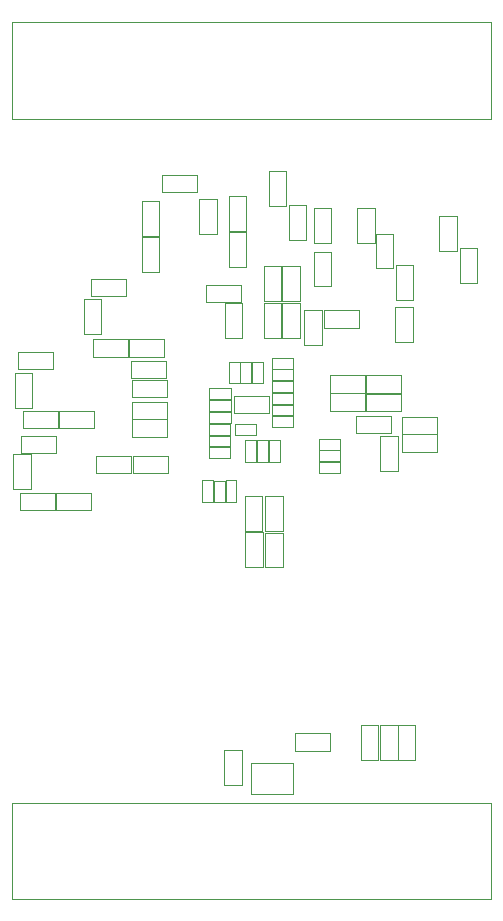
<source format=gbr>
%TF.GenerationSoftware,KiCad,Pcbnew,8.0.5*%
%TF.CreationDate,2025-03-31T18:49:43-05:00*%
%TF.ProjectId,PSEC5_Board,50534543-355f-4426-9f61-72642e6b6963,rev?*%
%TF.SameCoordinates,Original*%
%TF.FileFunction,Other,User*%
%FSLAX46Y46*%
G04 Gerber Fmt 4.6, Leading zero omitted, Abs format (unit mm)*
G04 Created by KiCad (PCBNEW 8.0.5) date 2025-03-31 18:49:43*
%MOMM*%
%LPD*%
G01*
G04 APERTURE LIST*
%ADD10C,0.050000*%
G04 APERTURE END LIST*
D10*
%TO.C,C17*%
X142985000Y-80890000D02*
X144805000Y-80890000D01*
X142985000Y-81810000D02*
X142985000Y-80890000D01*
X144805000Y-80890000D02*
X144805000Y-81810000D01*
X144805000Y-81810000D02*
X142985000Y-81810000D01*
%TO.C,R46*%
X148070000Y-57553188D02*
X149530000Y-57553188D01*
X148070000Y-60513188D02*
X148070000Y-57553188D01*
X149530000Y-57553188D02*
X149530000Y-60513188D01*
X149530000Y-60513188D02*
X148070000Y-60513188D01*
%TO.C,R13*%
X156270000Y-76370000D02*
X159230000Y-76370000D01*
X156270000Y-77830000D02*
X156270000Y-76370000D01*
X159230000Y-76370000D02*
X159230000Y-77830000D01*
X159230000Y-77830000D02*
X156270000Y-77830000D01*
%TO.C,C110*%
X136138189Y-73231301D02*
X133178189Y-73231301D01*
X136138189Y-71771301D02*
X136138189Y-73231301D01*
X133178189Y-73231301D02*
X133178189Y-71771301D01*
X133178189Y-71771301D02*
X136138189Y-71771301D01*
%TO.C,R10*%
X155819400Y-104455000D02*
X157279400Y-104455000D01*
X155819400Y-107415000D02*
X155819400Y-104455000D01*
X157279400Y-104455000D02*
X157279400Y-107415000D01*
X157279400Y-107415000D02*
X155819400Y-107415000D01*
%TO.C,C45*%
X133420000Y-81645000D02*
X136380000Y-81645000D01*
X133420000Y-83105000D02*
X133420000Y-81645000D01*
X136380000Y-81645000D02*
X136380000Y-83105000D01*
X136380000Y-83105000D02*
X133420000Y-83105000D01*
%TO.C,C83*%
X138780001Y-62988188D02*
X137320001Y-62988188D01*
X138780001Y-60028188D02*
X138780001Y-62988188D01*
X137320001Y-62988188D02*
X137320001Y-60028188D01*
X137320001Y-60028188D02*
X138780001Y-60028188D01*
%TO.C,C25*%
X152265000Y-80190000D02*
X154085000Y-80190000D01*
X152265000Y-81110000D02*
X152265000Y-80190000D01*
X154085000Y-80190000D02*
X154085000Y-81110000D01*
X154085000Y-81110000D02*
X152265000Y-81110000D01*
%TO.C,R47*%
X138995001Y-57828188D02*
X141955001Y-57828188D01*
X138995001Y-59288188D02*
X138995001Y-57828188D01*
X141955001Y-57828188D02*
X141955001Y-59288188D01*
X141955001Y-59288188D02*
X138995001Y-59288188D01*
%TO.C,J1*%
X166833400Y-53067139D02*
X126333400Y-53067139D01*
X166833400Y-44937139D02*
X166833400Y-53067139D01*
X126333400Y-53067139D02*
X126333400Y-44937139D01*
X126333400Y-44937139D02*
X166833400Y-44937139D01*
%TO.C,C79*%
X146130000Y-62563188D02*
X144670000Y-62563188D01*
X146130000Y-59603188D02*
X146130000Y-62563188D01*
X144670000Y-62563188D02*
X144670000Y-59603188D01*
X144670000Y-59603188D02*
X146130000Y-59603188D01*
%TO.C,C20*%
X146615000Y-73665000D02*
X147535000Y-73665000D01*
X146615000Y-75485000D02*
X146615000Y-73665000D01*
X147535000Y-73665000D02*
X147535000Y-75485000D01*
X147535000Y-75485000D02*
X146615000Y-75485000D01*
%TO.C,C42*%
X142770000Y-67145000D02*
X145730000Y-67145000D01*
X142770000Y-68605000D02*
X142770000Y-67145000D01*
X145730000Y-67145000D02*
X145730000Y-68605000D01*
X145730000Y-68605000D02*
X142770000Y-68605000D01*
%TO.C,C48*%
X147770000Y-88120000D02*
X149230000Y-88120000D01*
X147770000Y-91080000D02*
X147770000Y-88120000D01*
X149230000Y-88120000D02*
X149230000Y-91080000D01*
X149230000Y-91080000D02*
X147770000Y-91080000D01*
%TO.C,C11*%
X146060000Y-80315000D02*
X146980000Y-80315000D01*
X146060000Y-82135000D02*
X146060000Y-80315000D01*
X146980000Y-80315000D02*
X146980000Y-82135000D01*
X146980000Y-82135000D02*
X146060000Y-82135000D01*
%TO.C,J2*%
X166833400Y-119130000D02*
X126333400Y-119130000D01*
X166833400Y-111000000D02*
X166833400Y-119130000D01*
X126333400Y-119130000D02*
X126333400Y-111000000D01*
X126333400Y-111000000D02*
X166833400Y-111000000D01*
%TO.C,C41*%
X147620000Y-65570000D02*
X149080000Y-65570000D01*
X147620000Y-68530000D02*
X147620000Y-65570000D01*
X149080000Y-65570000D02*
X149080000Y-68530000D01*
X149080000Y-68530000D02*
X147620000Y-68530000D01*
%TO.C,C15*%
X142985000Y-78940000D02*
X144805000Y-78940000D01*
X142985000Y-79860000D02*
X142985000Y-78940000D01*
X144805000Y-78940000D02*
X144805000Y-79860000D01*
X144805000Y-79860000D02*
X142985000Y-79860000D01*
%TO.C,C8*%
X148290000Y-78265000D02*
X150110000Y-78265000D01*
X148290000Y-79185000D02*
X148290000Y-78265000D01*
X150110000Y-78265000D02*
X150110000Y-79185000D01*
X150110000Y-79185000D02*
X148290000Y-79185000D01*
%TO.C,C44*%
X136470000Y-78545000D02*
X139430000Y-78545000D01*
X136470000Y-80005000D02*
X136470000Y-78545000D01*
X139430000Y-78545000D02*
X139430000Y-80005000D01*
X139430000Y-80005000D02*
X136470000Y-80005000D01*
%TO.C,R35*%
X164220000Y-63995000D02*
X165680000Y-63995000D01*
X164220000Y-66955000D02*
X164220000Y-63995000D01*
X165680000Y-63995000D02*
X165680000Y-66955000D01*
X165680000Y-66955000D02*
X164220000Y-66955000D01*
%TO.C,C18*%
X145640000Y-73665000D02*
X146560000Y-73665000D01*
X145640000Y-75485000D02*
X145640000Y-73665000D01*
X146560000Y-73665000D02*
X146560000Y-75485000D01*
X146560000Y-75485000D02*
X145640000Y-75485000D01*
%TO.C,R19*%
X136520000Y-81645000D02*
X139480000Y-81645000D01*
X136520000Y-83105000D02*
X136520000Y-81645000D01*
X139480000Y-81645000D02*
X139480000Y-83105000D01*
X139480000Y-83105000D02*
X136520000Y-83105000D01*
%TO.C,C82*%
X138780001Y-66038188D02*
X137320001Y-66038188D01*
X138780001Y-63078188D02*
X138780001Y-66038188D01*
X137320001Y-66038188D02*
X137320001Y-63078188D01*
X137320001Y-63078188D02*
X138780001Y-63078188D01*
%TO.C,C39*%
X153245000Y-76345000D02*
X156205000Y-76345000D01*
X153245000Y-77805000D02*
X153245000Y-76345000D01*
X156205000Y-76345000D02*
X156205000Y-77805000D01*
X156205000Y-77805000D02*
X153245000Y-77805000D01*
%TO.C,C2*%
X144390000Y-83715000D02*
X145310000Y-83715000D01*
X144390000Y-85535000D02*
X144390000Y-83715000D01*
X145310000Y-83715000D02*
X145310000Y-85535000D01*
X145310000Y-85535000D02*
X144390000Y-85535000D01*
%TO.C,C3*%
X143410000Y-83720000D02*
X144330000Y-83720000D01*
X143410000Y-85540000D02*
X143410000Y-83720000D01*
X144330000Y-83720000D02*
X144330000Y-85540000D01*
X144330000Y-85540000D02*
X143410000Y-85540000D01*
%TO.C,R1*%
X145070000Y-76545000D02*
X148030000Y-76545000D01*
X145070000Y-78005000D02*
X145070000Y-76545000D01*
X148030000Y-76545000D02*
X148030000Y-78005000D01*
X148030000Y-78005000D02*
X145070000Y-78005000D01*
%TO.C,R17*%
X136420000Y-73620000D02*
X139380000Y-73620000D01*
X136420000Y-75080000D02*
X136420000Y-73620000D01*
X139380000Y-73620000D02*
X139380000Y-75080000D01*
X139380000Y-75080000D02*
X136420000Y-75080000D01*
%TO.C,C111*%
X133214444Y-79304999D02*
X130254444Y-79304999D01*
X133214444Y-77844999D02*
X133214444Y-79304999D01*
X130254444Y-79304999D02*
X130254444Y-77844999D01*
X130254444Y-77844999D02*
X133214444Y-77844999D01*
%TO.C,C69*%
X153330000Y-63590700D02*
X151870000Y-63590700D01*
X153330000Y-60630700D02*
X153330000Y-63590700D01*
X151870000Y-63590700D02*
X151870000Y-60630700D01*
X151870000Y-60630700D02*
X153330000Y-60630700D01*
%TO.C,R52*%
X149745000Y-60403188D02*
X151205000Y-60403188D01*
X149745000Y-63363188D02*
X149745000Y-60403188D01*
X151205000Y-60403188D02*
X151205000Y-63363188D01*
X151205000Y-63363188D02*
X149745000Y-63363188D01*
%TO.C,C49*%
X146070000Y-88095000D02*
X147530000Y-88095000D01*
X146070000Y-91055000D02*
X146070000Y-88095000D01*
X147530000Y-88095000D02*
X147530000Y-91055000D01*
X147530000Y-91055000D02*
X146070000Y-91055000D01*
%TO.C,R41*%
X157145000Y-62805700D02*
X158605000Y-62805700D01*
X157145000Y-65765700D02*
X157145000Y-62805700D01*
X158605000Y-62805700D02*
X158605000Y-65765700D01*
X158605000Y-65765700D02*
X157145000Y-65765700D01*
%TO.C,C9*%
X148290000Y-77290000D02*
X150110000Y-77290000D01*
X148290000Y-78210000D02*
X148290000Y-77290000D01*
X150110000Y-77290000D02*
X150110000Y-78210000D01*
X150110000Y-78210000D02*
X148290000Y-78210000D01*
%TO.C,C19*%
X144665000Y-73665000D02*
X145585000Y-73665000D01*
X144665000Y-75485000D02*
X144665000Y-73665000D01*
X145585000Y-73665000D02*
X145585000Y-75485000D01*
X145585000Y-75485000D02*
X144665000Y-75485000D01*
%TO.C,R21*%
X152695000Y-69320000D02*
X155655000Y-69320000D01*
X152695000Y-70780000D02*
X152695000Y-69320000D01*
X155655000Y-69320000D02*
X155655000Y-70780000D01*
X155655000Y-70780000D02*
X152695000Y-70780000D01*
%TO.C,R76*%
X126434300Y-81470000D02*
X127894300Y-81470000D01*
X126434300Y-84430000D02*
X126434300Y-81470000D01*
X127894300Y-81470000D02*
X127894300Y-84430000D01*
X127894300Y-84430000D02*
X126434300Y-84430000D01*
%TO.C,C47*%
X151070000Y-69245000D02*
X152530000Y-69245000D01*
X151070000Y-72205000D02*
X151070000Y-69245000D01*
X152530000Y-69245000D02*
X152530000Y-72205000D01*
X152530000Y-72205000D02*
X151070000Y-72205000D01*
%TO.C,C120*%
X129969300Y-86205000D02*
X127009300Y-86205000D01*
X129969300Y-84745000D02*
X129969300Y-86205000D01*
X127009300Y-86205000D02*
X127009300Y-84745000D01*
X127009300Y-84745000D02*
X129969300Y-84745000D01*
%TO.C,C43*%
X136470000Y-75195000D02*
X139430000Y-75195000D01*
X136470000Y-76655000D02*
X136470000Y-75195000D01*
X139430000Y-75195000D02*
X139430000Y-76655000D01*
X139430000Y-76655000D02*
X136470000Y-76655000D01*
%TO.C,R15*%
X147620000Y-68670000D02*
X149080000Y-68670000D01*
X147620000Y-71630000D02*
X147620000Y-68670000D01*
X149080000Y-68670000D02*
X149080000Y-71630000D01*
X149080000Y-71630000D02*
X147620000Y-71630000D01*
%TO.C,R72*%
X133003189Y-66646301D02*
X135963189Y-66646301D01*
X133003189Y-68106301D02*
X133003189Y-66646301D01*
X135963189Y-66646301D02*
X135963189Y-68106301D01*
X135963189Y-68106301D02*
X133003189Y-68106301D01*
%TO.C,C119*%
X132994300Y-86205000D02*
X130034300Y-86205000D01*
X132994300Y-84745000D02*
X132994300Y-86205000D01*
X130034300Y-86205000D02*
X130034300Y-84745000D01*
X130034300Y-84745000D02*
X132994300Y-84745000D01*
%TO.C,R67*%
X126579444Y-74619999D02*
X128039444Y-74619999D01*
X126579444Y-77579999D02*
X126579444Y-74619999D01*
X128039444Y-74619999D02*
X128039444Y-77579999D01*
X128039444Y-77579999D02*
X126579444Y-77579999D01*
%TO.C,C36*%
X158959400Y-107415000D02*
X157499400Y-107415000D01*
X158959400Y-104455000D02*
X158959400Y-107415000D01*
X157499400Y-107415000D02*
X157499400Y-104455000D01*
X157499400Y-104455000D02*
X158959400Y-104455000D01*
%TO.C,R79*%
X127034300Y-79920000D02*
X129994300Y-79920000D01*
X127034300Y-81380000D02*
X127034300Y-79920000D01*
X129994300Y-79920000D02*
X129994300Y-81380000D01*
X129994300Y-81380000D02*
X127034300Y-81380000D01*
%TO.C,C5*%
X142990000Y-75915000D02*
X144810000Y-75915000D01*
X142990000Y-76835000D02*
X142990000Y-75915000D01*
X144810000Y-75915000D02*
X144810000Y-76835000D01*
X144810000Y-76835000D02*
X142990000Y-76835000D01*
%TO.C,C10*%
X148290000Y-76315000D02*
X150110000Y-76315000D01*
X148290000Y-77235000D02*
X148290000Y-76315000D01*
X150110000Y-76315000D02*
X150110000Y-77235000D01*
X150110000Y-77235000D02*
X148290000Y-77235000D01*
%TO.C,R66*%
X132403189Y-68321301D02*
X133863189Y-68321301D01*
X132403189Y-71281301D02*
X132403189Y-68321301D01*
X133863189Y-68321301D02*
X133863189Y-71281301D01*
X133863189Y-71281301D02*
X132403189Y-71281301D01*
%TO.C,C29*%
X158999400Y-104445000D02*
X160459400Y-104445000D01*
X158999400Y-107405000D02*
X158999400Y-104445000D01*
X160459400Y-104445000D02*
X160459400Y-107405000D01*
X160459400Y-107405000D02*
X158999400Y-107405000D01*
%TO.C,C61*%
X162330000Y-81280000D02*
X159370000Y-81280000D01*
X162330000Y-79820000D02*
X162330000Y-81280000D01*
X159370000Y-81280000D02*
X159370000Y-79820000D01*
X159370000Y-79820000D02*
X162330000Y-79820000D01*
%TO.C,C68*%
X153355000Y-67290700D02*
X151895000Y-67290700D01*
X153355000Y-64330700D02*
X153355000Y-67290700D01*
X151895000Y-67290700D02*
X151895000Y-64330700D01*
X151895000Y-64330700D02*
X153355000Y-64330700D01*
%TO.C,R22*%
X147770000Y-85070000D02*
X149230000Y-85070000D01*
X147770000Y-88030000D02*
X147770000Y-85070000D01*
X149230000Y-85070000D02*
X149230000Y-88030000D01*
X149230000Y-88030000D02*
X147770000Y-88030000D01*
%TO.C,C57*%
X158405000Y-79730000D02*
X155445000Y-79730000D01*
X158405000Y-78270000D02*
X158405000Y-79730000D01*
X155445000Y-79730000D02*
X155445000Y-78270000D01*
X155445000Y-78270000D02*
X158405000Y-78270000D01*
%TO.C,C1*%
X142415000Y-83715000D02*
X143335000Y-83715000D01*
X142415000Y-85535000D02*
X142415000Y-83715000D01*
X143335000Y-83715000D02*
X143335000Y-85535000D01*
X143335000Y-85535000D02*
X142415000Y-85535000D01*
%TO.C,C77*%
X146130000Y-65663188D02*
X144670000Y-65663188D01*
X146130000Y-62703188D02*
X146130000Y-65663188D01*
X144670000Y-65663188D02*
X144670000Y-62703188D01*
X144670000Y-62703188D02*
X146130000Y-62703188D01*
%TO.C,C59*%
X160228699Y-71980000D02*
X158768699Y-71980000D01*
X160228699Y-69020000D02*
X160228699Y-71980000D01*
X158768699Y-71980000D02*
X158768699Y-69020000D01*
X158768699Y-69020000D02*
X160228699Y-69020000D01*
%TO.C,R34*%
X157495000Y-79920000D02*
X158955000Y-79920000D01*
X157495000Y-82880000D02*
X157495000Y-79920000D01*
X158955000Y-79920000D02*
X158955000Y-82880000D01*
X158955000Y-82880000D02*
X157495000Y-82880000D01*
%TO.C,R53*%
X142170001Y-59878188D02*
X143630001Y-59878188D01*
X142170001Y-62838188D02*
X142170001Y-59878188D01*
X143630001Y-59878188D02*
X143630001Y-62838188D01*
X143630001Y-62838188D02*
X142170001Y-62838188D01*
%TO.C,C4*%
X145165000Y-78915000D02*
X146985000Y-78915000D01*
X145165000Y-79835000D02*
X145165000Y-78915000D01*
X146985000Y-78915000D02*
X146985000Y-79835000D01*
X146985000Y-79835000D02*
X145165000Y-79835000D01*
%TO.C,R73*%
X126779444Y-72819999D02*
X129739444Y-72819999D01*
X126779444Y-74279999D02*
X126779444Y-72819999D01*
X129739444Y-72819999D02*
X129739444Y-74279999D01*
X129739444Y-74279999D02*
X126779444Y-74279999D01*
%TO.C,R18*%
X136470000Y-77045000D02*
X139430000Y-77045000D01*
X136470000Y-78505000D02*
X136470000Y-77045000D01*
X139430000Y-77045000D02*
X139430000Y-78505000D01*
X139430000Y-78505000D02*
X136470000Y-78505000D01*
%TO.C,C60*%
X162330000Y-79780000D02*
X159370000Y-79780000D01*
X162330000Y-78320000D02*
X162330000Y-79780000D01*
X159370000Y-79780000D02*
X159370000Y-78320000D01*
X159370000Y-78320000D02*
X162330000Y-78320000D01*
%TO.C,U2*%
X146525002Y-107599999D02*
X146525002Y-110300001D01*
X146525002Y-107599999D02*
X150125002Y-107599999D01*
X146525002Y-110300001D02*
X150125002Y-110300001D01*
X150125002Y-107599999D02*
X150125002Y-110300001D01*
%TO.C,C22*%
X148290000Y-75295000D02*
X150110000Y-75295000D01*
X148290000Y-76215000D02*
X148290000Y-75295000D01*
X150110000Y-75295000D02*
X150110000Y-76215000D01*
X150110000Y-76215000D02*
X148290000Y-76215000D01*
%TO.C,C13*%
X148110000Y-80315000D02*
X149030000Y-80315000D01*
X148110000Y-82135000D02*
X148110000Y-80315000D01*
X149030000Y-80315000D02*
X149030000Y-82135000D01*
X149030000Y-82135000D02*
X148110000Y-82135000D01*
%TO.C,R20*%
X149195000Y-65570000D02*
X150655000Y-65570000D01*
X149195000Y-68530000D02*
X149195000Y-65570000D01*
X150655000Y-65570000D02*
X150655000Y-68530000D01*
X150655000Y-68530000D02*
X149195000Y-68530000D01*
%TO.C,R11*%
X150274400Y-105120000D02*
X153234400Y-105120000D01*
X150274400Y-106580000D02*
X150274400Y-105120000D01*
X153234400Y-105120000D02*
X153234400Y-106580000D01*
X153234400Y-106580000D02*
X150274400Y-106580000D01*
%TO.C,C6*%
X142990000Y-76910000D02*
X144810000Y-76910000D01*
X142990000Y-77830000D02*
X142990000Y-76910000D01*
X144810000Y-76910000D02*
X144810000Y-77830000D01*
X144810000Y-77830000D02*
X142990000Y-77830000D01*
%TO.C,R14*%
X156270000Y-74820000D02*
X159230000Y-74820000D01*
X156270000Y-76280000D02*
X156270000Y-74820000D01*
X159230000Y-74820000D02*
X159230000Y-76280000D01*
X159230000Y-76280000D02*
X156270000Y-76280000D01*
%TO.C,C46*%
X149195000Y-68670000D02*
X150655000Y-68670000D01*
X149195000Y-71630000D02*
X149195000Y-68670000D01*
X150655000Y-68670000D02*
X150655000Y-71630000D01*
X150655000Y-71630000D02*
X149195000Y-71630000D01*
%TO.C,R16*%
X144320000Y-68695000D02*
X145780000Y-68695000D01*
X144320000Y-71655000D02*
X144320000Y-68695000D01*
X145780000Y-68695000D02*
X145780000Y-71655000D01*
X145780000Y-71655000D02*
X144320000Y-71655000D01*
%TO.C,C40*%
X153245000Y-74820000D02*
X156205000Y-74820000D01*
X153245000Y-76280000D02*
X153245000Y-74820000D01*
X156205000Y-74820000D02*
X156205000Y-76280000D01*
X156205000Y-76280000D02*
X153245000Y-76280000D01*
%TO.C,R38*%
X155545000Y-60605700D02*
X157005000Y-60605700D01*
X155545000Y-63565700D02*
X155545000Y-60605700D01*
X157005000Y-60605700D02*
X157005000Y-63565700D01*
X157005000Y-63565700D02*
X155545000Y-63565700D01*
%TO.C,C26*%
X152265000Y-82140000D02*
X154085000Y-82140000D01*
X152265000Y-83060000D02*
X152265000Y-82140000D01*
X154085000Y-82140000D02*
X154085000Y-83060000D01*
X154085000Y-83060000D02*
X152265000Y-83060000D01*
%TO.C,C63*%
X160278699Y-68455000D02*
X158818699Y-68455000D01*
X160278699Y-65495000D02*
X160278699Y-68455000D01*
X158818699Y-68455000D02*
X158818699Y-65495000D01*
X158818699Y-65495000D02*
X160278699Y-65495000D01*
%TO.C,C27*%
X152265000Y-81165000D02*
X154085000Y-81165000D01*
X152265000Y-82085000D02*
X152265000Y-81165000D01*
X154085000Y-81165000D02*
X154085000Y-82085000D01*
X154085000Y-82085000D02*
X152265000Y-82085000D01*
%TO.C,C7*%
X142990000Y-77890000D02*
X144810000Y-77890000D01*
X142990000Y-78810000D02*
X142990000Y-77890000D01*
X144810000Y-77890000D02*
X144810000Y-78810000D01*
X144810000Y-78810000D02*
X142990000Y-78810000D01*
%TO.C,C24*%
X148290000Y-73320000D02*
X150110000Y-73320000D01*
X148290000Y-74240000D02*
X148290000Y-73320000D01*
X150110000Y-73320000D02*
X150110000Y-74240000D01*
X150110000Y-74240000D02*
X148290000Y-74240000D01*
%TO.C,C23*%
X148290000Y-74315000D02*
X150110000Y-74315000D01*
X148290000Y-75235000D02*
X148290000Y-74315000D01*
X150110000Y-74315000D02*
X150110000Y-75235000D01*
X150110000Y-75235000D02*
X148290000Y-75235000D01*
%TO.C,C21*%
X144295000Y-106545000D02*
X145755000Y-106545000D01*
X144295000Y-109505000D02*
X144295000Y-106545000D01*
X145755000Y-106545000D02*
X145755000Y-109505000D01*
X145755000Y-109505000D02*
X144295000Y-109505000D01*
%TO.C,C16*%
X142980000Y-79915000D02*
X144800000Y-79915000D01*
X142980000Y-80835000D02*
X142980000Y-79915000D01*
X144800000Y-79915000D02*
X144800000Y-80835000D01*
X144800000Y-80835000D02*
X142980000Y-80835000D01*
%TO.C,C113*%
X130164444Y-79304999D02*
X127204444Y-79304999D01*
X130164444Y-77844999D02*
X130164444Y-79304999D01*
X127204444Y-79304999D02*
X127204444Y-77844999D01*
X127204444Y-77844999D02*
X130164444Y-77844999D01*
%TO.C,C12*%
X147065000Y-80315000D02*
X147985000Y-80315000D01*
X147065000Y-82135000D02*
X147065000Y-80315000D01*
X147985000Y-80315000D02*
X147985000Y-82135000D01*
X147985000Y-82135000D02*
X147065000Y-82135000D01*
%TO.C,R23*%
X146045000Y-85070000D02*
X147505000Y-85070000D01*
X146045000Y-88030000D02*
X146045000Y-85070000D01*
X147505000Y-85070000D02*
X147505000Y-88030000D01*
X147505000Y-88030000D02*
X146045000Y-88030000D01*
%TO.C,C107*%
X139163189Y-73231301D02*
X136203189Y-73231301D01*
X139163189Y-71771301D02*
X139163189Y-73231301D01*
X136203189Y-73231301D02*
X136203189Y-71771301D01*
X136203189Y-71771301D02*
X139163189Y-71771301D01*
%TO.C,R29*%
X162493699Y-61320000D02*
X163953699Y-61320000D01*
X162493699Y-64280000D02*
X162493699Y-61320000D01*
X163953699Y-61320000D02*
X163953699Y-64280000D01*
X163953699Y-64280000D02*
X162493699Y-64280000D01*
%TD*%
M02*

</source>
